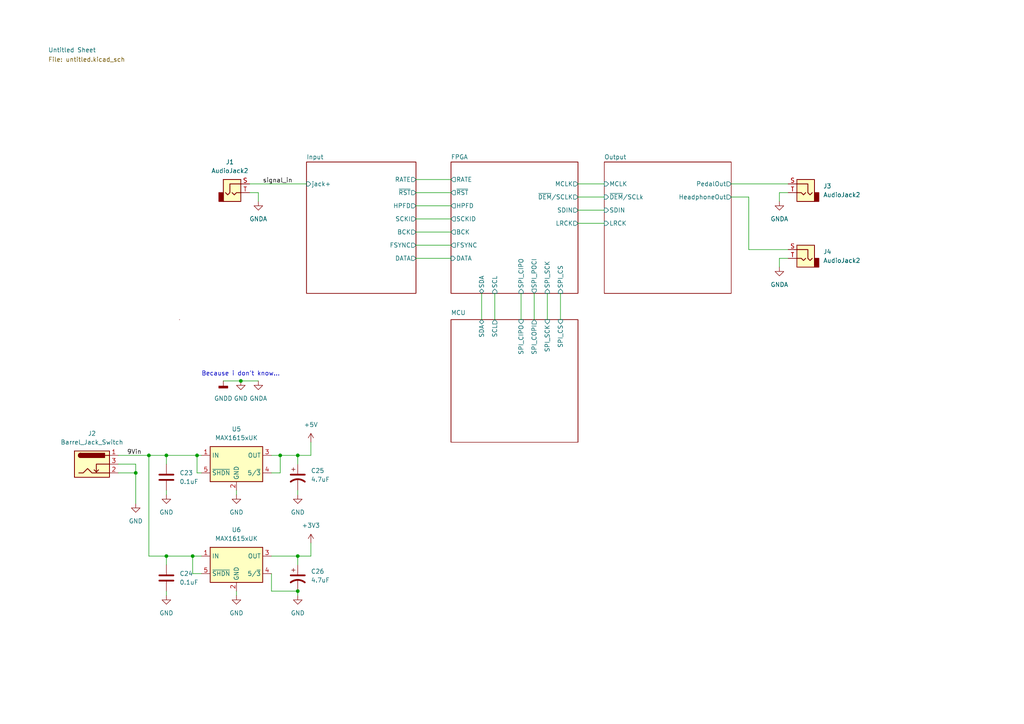
<source format=kicad_sch>
(kicad_sch (version 20211123) (generator eeschema)
  (paper "A4")
  (lib_symbols
    (symbol "Capacitors:C" (pin_numbers hide) (pin_names (offset 0.254))
      (property "Reference" "C" (at 0.635 2.54 0))
      (property "Value" "C" (at 0.635 -2.54 0))
      (symbol "C_0_1"
        (polyline (pts (xy -2.032 -0.762) (xy 2.032 -0.762)) (stroke (width 0.508)))
        (polyline (pts (xy -2.032 0.762) (xy 2.032 0.762)) (stroke (width 0.508)))
      )
      (symbol "C_1_1"
        (pin passive line (at 0 3.81 270) (length 2.794) (name "~") (number "1"))
        (pin passive line (at 0 -3.81 90) (length 2.794) (name "~") (number "2"))
      )
    )
    (symbol "Capacitors:C_Polarized_US" (pin_numbers hide) (pin_names (offset 0.254) hide)
      (property "Reference" "C" (at 0.635 2.54 0))
      (property "Value" "C_Polarized_US" (at 0.635 -2.54 0))
      (symbol "C_Polarized_US_0_1"
        (polyline (pts (xy -2.032 0.762) (xy 2.032 0.762)) (stroke (width 0.508)))
        (polyline (pts (xy -1.778 2.286) (xy -0.762 2.286)))
        (polyline (pts (xy -1.27 1.778) (xy -1.27 2.794)))
        (arc (start 2.032 -1.27) (mid 0 -0.5572) (end -2.032 -1.27) (stroke (width 0.508)))
      )
      (symbol "C_Polarized_US_1_1"
        (pin passive line (at 0 3.81 270) (length 2.794) (name "~") (number "1"))
        (pin passive line (at 0 -3.81 90) (length 3.302) (name "~") (number "2"))
      )
    )
    (symbol "Connectors:AudioJack2"
      (property "Reference" "J" (at 0 8.89 0))
      (property "Value" "AudioJack2" (at 0 6.35 0))
      (symbol "AudioJack2_0_1"
        (rectangle (start -3.81 0) (end -2.54 -2.54) (stroke (width 0.254)) (fill (type outline)))
        (rectangle (start -2.54 3.81) (end 2.54 -2.54) (stroke (width 0.254)) (fill (type background)))
        (polyline (pts (xy 0 0) (xy 0.635 -0.635) (xy 1.27 0) (xy 2.54 0)) (stroke (width 0.254)))
        (polyline (pts (xy 2.54 2.54) (xy -0.635 2.54) (xy -0.635 0) (xy -1.27 -0.635) (xy -1.905 0)) (stroke (width 0.254)))
      )
      (symbol "AudioJack2_1_1"
        (pin passive line (at 5.08 2.54 180) (length 2.54) (name "~") (number "S"))
        (pin passive line (at 5.08 0 180) (length 2.54) (name "~") (number "T"))
      )
    )
    (symbol "Connectors:Barrel_Jack_Switch" (pin_names hide)
      (property "Reference" "J" (at 0 5.334 0))
      (property "Value" "Barrel_Jack_Switch" (at 0 -5.08 0))
      (symbol "Barrel_Jack_Switch_0_1"
        (rectangle (start -5.08 3.81) (end 5.08 -3.81) (stroke (width 0.254)) (fill (type background)))
        (arc (start -3.302 3.175) (mid -3.937 2.54) (end -3.302 1.905) (stroke (width 0.254)))
        (arc (start -3.302 3.175) (mid -3.937 2.54) (end -3.302 1.905) (stroke (width 0.254)) (fill (type outline)))
        (polyline (pts (xy 1.27 -2.286) (xy 1.905 -1.651)) (stroke (width 0.254)))
        (polyline (pts (xy 5.08 2.54) (xy 3.81 2.54)) (stroke (width 0.254)))
        (polyline (pts (xy 5.08 0) (xy 1.27 0) (xy 1.27 -2.286) (xy 0.635 -1.651)) (stroke (width 0.254)))
        (polyline (pts (xy -3.81 -2.54) (xy -2.54 -2.54) (xy -1.27 -1.27) (xy 0 -2.54) (xy 2.54 -2.54) (xy 5.08 -2.54)) (stroke (width 0.254)))
        (rectangle (start 3.683 3.175) (end -3.302 1.905) (stroke (width 0.254)) (fill (type outline)))
      )
      (symbol "Barrel_Jack_Switch_1_1"
        (pin passive line (at 7.62 2.54 180) (length 2.54) (name "~") (number "1"))
        (pin passive line (at 7.62 -2.54 180) (length 2.54) (name "~") (number "2"))
        (pin passive line (at 7.62 0 180) (length 2.54) (name "~") (number "3"))
      )
    )
    (symbol "DC-DC:MAX1615xUK"
      (property "Reference" "U" (at -6.35 6.35 0))
      (property "Value" "MAX1615xUK" (at 2.54 6.35 0))
      (symbol "MAX1615xUK_1_1"
        (rectangle (start -7.62 5.08) (end 7.62 -5.08) (stroke (width 0.254)) (fill (type background)))
        (pin power_in line (at -10.16 2.54 0) (length 2.54) (name "IN") (number "1"))
        (pin power_in line (at 0 -7.62 90) (length 2.54) (name "GND") (number "2"))
        (pin power_out line (at 10.16 2.54 180) (length 2.54) (name "OUT") (number "3"))
        (pin input line (at 10.16 -2.54 180) (length 2.54) (name "5/~{3}") (number "4"))
        (pin input line (at -10.16 -2.54 0) (length 2.54) (name "~{SHDN}") (number "5"))
      )
    )
    (symbol "Sources:+3.3V" (power) (pin_names (offset 0))
      (property "Value" "+3.3V" (at 0 3.556 0))
      (symbol "+3.3V_0_1"
        (polyline (pts (xy -0.762 1.27) (xy 0 2.54)))
        (polyline (pts (xy 0 0) (xy 0 2.54)))
        (polyline (pts (xy 0 2.54) (xy 0.762 1.27)))
      )
      (symbol "+3.3V_1_1"
        (pin power_in line (at 0 0 90) (length 0) hide (name "+3V3") (number "1"))
      )
    )
    (symbol "Sources:+5V" (power) (pin_names (offset 0))
      (property "Value" "+5V" (at 0 3.556 0))
      (symbol "+5V_0_1"
        (polyline (pts (xy -0.762 1.27) (xy 0 2.54)))
        (polyline (pts (xy 0 0) (xy 0 2.54)))
        (polyline (pts (xy 0 2.54) (xy 0.762 1.27)))
      )
      (symbol "+5V_1_1"
        (pin power_in line (at 0 0 90) (length 0) hide (name "+5V") (number "1"))
      )
    )
    (symbol "Sources:GND" (power) (pin_names (offset 0))
      (property "Value" "GND" (at 0 -3.81 0))
      (symbol "GND_0_1"
        (polyline (pts (xy 0 0) (xy 0 -1.27) (xy 1.27 -1.27) (xy 0 -2.54) (xy -1.27 -1.27) (xy 0 -1.27)))
      )
      (symbol "GND_1_1"
        (pin power_in line (at 0 0 270) (length 0) hide (name "GND") (number "1"))
      )
    )
    (symbol "Sources:GNDA" (power) (pin_names (offset 0))
      (property "Value" "GNDA" (at 0 -3.81 0))
      (symbol "GNDA_0_1"
        (polyline (pts (xy 0 0) (xy 0 -1.27) (xy 1.27 -1.27) (xy 0 -2.54) (xy -1.27 -1.27) (xy 0 -1.27)))
      )
      (symbol "GNDA_1_1"
        (pin power_in line (at 0 0 270) (length 0) hide (name "GNDA") (number "1"))
      )
    )
    (symbol "Sources:GNDD" (power) (pin_names (offset 0))
      (property "Value" "GNDD" (at 0 -3.175 0))
      (symbol "GNDD_0_1"
        (rectangle (start -1.27 -1.524) (end 1.27 -2.032) (stroke (width 0.254)) (fill (type outline)))
        (polyline (pts (xy 0 0) (xy 0 -1.524)))
      )
      (symbol "GNDD_1_1"
        (pin power_in line (at 0 0 270) (length 0) hide (name "GNDD") (number "1"))
      )
    )
    (symbol "power:GNDA" (power) (pin_names (offset 0))
      (property "Value" "GNDA" (at 0 -3.81 0))
      (symbol "GNDA_0_1"
        (polyline (pts (xy 0 0) (xy 0 -1.27) (xy 1.27 -1.27) (xy 0 -2.54) (xy -1.27 -1.27) (xy 0 -1.27)))
      )
      (symbol "GNDA_1_1"
        (pin power_in line (at 0 0 270) (length 0) hide (name "GNDA") (number "1"))
      )
    )
  )
  (junction (at 86.36 132.08))
  (junction (at 48.26 132.08))
  (junction (at 48.26 161.29))
  (junction (at 69.85 110.49))
  (junction (at 86.36 171.45))
  (junction (at 43.18 132.08))
  (junction (at 81.28 132.08))
  (junction (at 57.15 132.08))
  (junction (at 55.88 161.29))
  (junction (at 86.36 161.29))
  (junction (at 39.37 137.16))
  (wire (pts (xy 58.42 137.16) (xy 57.15 137.16)))
  (wire (pts (xy 43.18 132.08) (xy 48.26 132.08)))
  (wire (pts (xy 86.36 132.08) (xy 90.17 132.08)))
  (wire (pts (xy 90.17 157.48) (xy 90.17 161.29)))
  (wire (pts (xy 226.06 74.93) (xy 226.06 77.47)))
  (wire (pts (xy 74.93 55.88) (xy 74.93 58.42)))
  (wire (pts (xy 55.88 161.29) (xy 48.26 161.29)))
  (wire (pts (xy 34.29 137.16) (xy 39.37 137.16)))
  (wire (pts (xy 86.36 171.45) (xy 86.36 172.72)))
  (wire (pts (xy 162.56 85.09) (xy 162.56 92.71)))
  (wire (pts (xy 212.09 53.34) (xy 228.6 53.34)))
  (wire (pts (xy 78.74 137.16) (xy 81.28 137.16)))
  (wire (pts (xy 217.17 72.39) (xy 228.6 72.39)))
  (wire (pts (xy 139.7 85.09) (xy 139.7 92.71)))
  (wire (pts (xy 120.65 63.5) (xy 130.81 63.5)))
  (wire (pts (xy 86.36 161.29) (xy 90.17 161.29)))
  (wire (pts (xy 86.36 161.29) (xy 78.74 161.29)))
  (wire (pts (xy 120.65 67.31) (xy 130.81 67.31)))
  (wire (pts (xy 48.26 132.08) (xy 57.15 132.08)))
  (wire (pts (xy 43.18 161.29) (xy 43.18 132.08)))
  (wire (pts (xy 120.65 71.12) (xy 130.81 71.12)))
  (wire (pts (xy 212.09 57.15) (xy 217.17 57.15)))
  (wire (pts (xy 39.37 137.16) (xy 39.37 134.62)))
  (wire (pts (xy 120.65 59.69) (xy 130.81 59.69)))
  (wire (pts (xy 57.15 137.16) (xy 57.15 132.08)))
  (wire (pts (xy 143.51 85.09) (xy 143.51 92.71)))
  (wire (pts (xy 58.42 161.29) (xy 55.88 161.29)))
  (wire (pts (xy 34.29 132.08) (xy 43.18 132.08)))
  (wire (pts (xy 86.36 142.24) (xy 86.36 143.51)))
  (wire (pts (xy 167.64 64.77) (xy 175.26 64.77)))
  (wire (pts (xy 78.74 132.08) (xy 81.28 132.08)))
  (wire (pts (xy 120.65 52.07) (xy 130.81 52.07)))
  (wire (pts (xy 48.26 171.45) (xy 48.26 172.72)))
  (wire (pts (xy 81.28 137.16) (xy 81.28 132.08)))
  (wire (pts (xy 72.39 55.88) (xy 74.93 55.88)))
  (wire (pts (xy 68.58 171.45) (xy 68.58 172.72)))
  (wire (pts (xy 167.64 57.15) (xy 175.26 57.15)))
  (wire (pts (xy 48.26 161.29) (xy 48.26 163.83)))
  (wire (pts (xy 78.74 171.45) (xy 86.36 171.45)))
  (wire (pts (xy 39.37 137.16) (xy 39.37 146.05)))
  (wire (pts (xy 228.6 55.88) (xy 226.06 55.88)))
  (wire (pts (xy 226.06 55.88) (xy 226.06 58.42)))
  (wire (pts (xy 158.75 85.09) (xy 158.75 92.71)))
  (wire (pts (xy 151.13 85.09) (xy 151.13 92.71)))
  (wire (pts (xy 55.88 166.37) (xy 55.88 161.29)))
  (wire (pts (xy 69.85 110.49) (xy 74.93 110.49)))
  (wire (pts (xy 48.26 142.24) (xy 48.26 143.51)))
  (wire (pts (xy 226.06 74.93) (xy 228.6 74.93)))
  (wire (pts (xy 167.64 53.34) (xy 175.26 53.34)))
  (wire (pts (xy 57.15 132.08) (xy 58.42 132.08)))
  (wire (pts (xy 58.42 166.37) (xy 55.88 166.37)))
  (wire (pts (xy 217.17 57.15) (xy 217.17 72.39)))
  (wire (pts (xy 64.77 110.49) (xy 69.85 110.49)))
  (wire (pts (xy 68.58 143.51) (xy 68.58 142.24)))
  (wire (pts (xy 86.36 163.83) (xy 86.36 161.29)))
  (wire (pts (xy 120.65 74.93) (xy 130.81 74.93)))
  (wire (pts (xy 48.26 132.08) (xy 48.26 134.62)))
  (wire (pts (xy 81.28 132.08) (xy 86.36 132.08)))
  (wire (pts (xy 39.37 134.62) (xy 34.29 134.62)))
  (wire (pts (xy 154.94 85.09) (xy 154.94 92.71)))
  (wire (pts (xy 78.74 166.37) (xy 78.74 171.45)))
  (wire (pts (xy 72.39 53.34) (xy 88.9 53.34)))
  (wire (pts (xy 48.26 161.29) (xy 43.18 161.29)))
  (wire (pts (xy 120.65 55.88) (xy 130.81 55.88)))
  (wire (pts (xy 167.64 60.96) (xy 175.26 60.96)))
  (wire (pts (xy 90.17 132.08) (xy 90.17 128.27)))
  (wire (pts (xy 86.36 132.08) (xy 86.36 134.62)))
  (text "Because i don't know..." (at 58.42 109.22 0) (effects (font (size 1.27 1.27)) (justify left bottom)))
  (label "signal_in" (at 76.2 53.34 0))
  (label "9Vin" (at 36.83 132.08 0))
  (symbol (lib_id "Capacitors:C") (at 48.26 138.43 0) (unit 1)
    (property "Reference" "C23" (at 52.07 137.1599 0) (effects (justify left)))
    (property "Value" "0.1uF" (at 52.07 139.6999 0) (effects (justify left)))
    (property "Footprint" "Capacitor_SMD:C_0805_2012Metric" (effects hide))
  )
  (symbol (lib_id "Sources:GNDA") (at 74.93 110.49 0) (unit 1)
    (property "Reference" "#PWR0127" (effects hide))
    (property "Value" "GNDA" (at 74.93 115.57 0))
  )
  (symbol (lib_id "Sources:GND") (at 39.37 146.05 0) (unit 1)
    (property "Reference" "#PWR0126" (effects hide))
    (property "Value" "GND" (at 39.37 151.13 0))
  )
  (symbol (lib_id "Sources:+5V") (at 90.17 128.27 0) (unit 1)
    (property "Reference" "#PWR0133" (effects hide))
    (property "Value" "+5V" (at 90.17 123.19 0))
  )
  (symbol (lib_id "Sources:GND") (at 86.36 172.72 0) (unit 1)
    (property "Reference" "#PWR0124" (effects hide))
    (property "Value" "GND" (at 86.36 177.8 0))
  )
  (symbol (lib_id "Sources:GND") (at 48.26 172.72 0) (unit 1)
    (property "Reference" "#PWR0108" (effects hide))
    (property "Value" "GND" (at 48.26 177.8 0))
  )
  (symbol (lib_id "Sources:GNDD") (at 64.77 110.49 0) (unit 1)
    (property "Reference" "#PWR0129" (effects hide))
    (property "Value" "GNDD" (at 64.77 115.57 0))
  )
  (symbol (lib_id "Connectors:AudioJack2") (at 233.68 55.88 0) (mirror y) (unit 1)
    (property "Reference" "J3" (at 238.76 53.9749 0) (effects (justify right)))
    (property "Value" "AudioJack2" (at 238.76 56.5149 0) (effects (justify right)))
    (property "Footprint" "Homemade:Audio Jack Row" (effects hide))
  )
  (symbol (lib_id "Sources:GND") (at 69.85 110.49 0) (unit 1)
    (property "Reference" "#PWR0128" (effects hide))
    (property "Value" "GND" (at 69.85 115.57 0))
  )
  (symbol (lib_id "power:GNDA") (at 74.93 58.42 0) (unit 1)
    (property "Reference" "#PWR0130" (effects hide))
    (property "Value" "GNDA" (at 74.93 63.5 0))
  )
  (symbol (lib_id "DC-DC:MAX1615xUK") (at 68.58 134.62 0) (unit 1)
    (property "Reference" "U5" (at 68.58 124.46 0))
    (property "Value" "MAX1615xUK" (at 68.58 127 0))
    (property "Footprint" "Package_TO_SOT_SMD:SOT-23-5" (effects hide))
    (property "Datasheet" "https://datasheets.maximintegrated.com/en/ds/MAX1615-MAX1616.pdf" (effects hide))
  )
  (symbol (lib_id "DC-DC:MAX1615xUK") (at 68.58 163.83 0) (unit 1)
    (property "Reference" "U6" (at 68.58 153.67 0))
    (property "Value" "MAX1615xUK" (at 68.58 156.21 0))
    (property "Footprint" "Package_TO_SOT_SMD:SOT-23-5" (effects hide))
    (property "Datasheet" "https://datasheets.maximintegrated.com/en/ds/MAX1615-MAX1616.pdf" (effects hide))
  )
  (symbol (lib_id "Sources:GND") (at 68.58 143.51 0) (unit 1)
    (property "Reference" "#PWR0123" (effects hide))
    (property "Value" "GND" (at 68.58 148.59 0))
  )
  (symbol (lib_id "power:GNDA") (at 226.06 77.47 0) (unit 1)
    (property "Reference" "#PWR0135" (effects hide))
    (property "Value" "GNDA" (at 226.06 82.55 0))
  )
  (symbol (lib_id "Connectors:Barrel_Jack_Switch") (at 26.67 134.62 0) (unit 1)
    (property "Reference" "J2" (at 26.67 125.73 0))
    (property "Value" "Barrel_Jack_Switch" (at 26.67 128.27 0))
    (property "Footprint" "Connector_BarrelJack:BarrelJack_GCT_DCJ200-10-A_Horizontal" (effects hide))
  )
  (symbol (lib_id "Capacitors:C") (at 48.26 167.64 0) (unit 1)
    (property "Reference" "C24" (at 52.07 166.3699 0) (effects (justify left)))
    (property "Value" "0.1uF" (at 52.07 168.9099 0) (effects (justify left)))
    (property "Footprint" "Capacitor_SMD:C_0805_2012Metric" (effects hide))
  )
  (symbol (lib_id "Sources:GND") (at 86.36 143.51 0) (unit 1)
    (property "Reference" "#PWR0131" (effects hide))
    (property "Value" "GND" (at 86.36 148.59 0))
  )
  (symbol (lib_id "Connectors:AudioJack2") (at 67.31 55.88 0) (unit 1)
    (property "Reference" "J1" (at 66.675 46.99 0))
    (property "Value" "AudioJack2" (at 66.675 49.53 0))
    (property "Footprint" "Homemade:Audio Jack Row" (effects hide))
  )
  (symbol (lib_id "Connectors:AudioJack2") (at 233.68 74.93 0) (mirror y) (unit 1)
    (property "Reference" "J4" (at 238.76 73.0249 0) (effects (justify right)))
    (property "Value" "AudioJack2" (at 238.76 75.5649 0) (effects (justify right)))
    (property "Footprint" "Homemade:Audio Jack Row" (effects hide))
  )
  (symbol (lib_id "Sources:GND") (at 68.58 172.72 0) (unit 1)
    (property "Reference" "#PWR0122" (effects hide))
    (property "Value" "GND" (at 68.58 177.8 0))
  )
  (symbol (lib_id "Capacitors:C_Polarized_US") (at 86.36 167.64 0) (unit 1)
    (property "Reference" "C26" (at 90.17 165.7349 0) (effects (justify left)))
    (property "Value" "4.7uF" (at 90.17 168.2749 0) (effects (justify left)))
    (property "Footprint" "Capacitor_SMD:CP_Elec_4x3" (effects hide))
  )
  (symbol (lib_id "power:GNDA") (at 226.06 58.42 0) (unit 1)
    (property "Reference" "#PWR0134" (effects hide))
    (property "Value" "GNDA" (at 226.06 63.5 0))
  )
  (symbol (lib_id "Capacitors:C_Polarized_US") (at 86.36 138.43 0) (unit 1)
    (property "Reference" "C25" (at 90.17 136.5249 0) (effects (justify left)))
    (property "Value" "4.7uF" (at 90.17 139.0649 0) (effects (justify left)))
    (property "Footprint" "Capacitor_SMD:CP_Elec_4x3" (effects hide))
  )
  (symbol (lib_id "Sources:GND") (at 48.26 143.51 0) (unit 1)
    (property "Reference" "#PWR0125" (effects hide))
    (property "Value" "GND" (at 48.26 148.59 0))
  )
  (symbol (lib_id "Sources:+3.3V") (at 90.17 157.48 0) (unit 1)
    (property "Reference" "#PWR0132" (effects hide))
    (property "Value" "+3.3V" (at 90.17 152.4 0))
  )
  (sheet (at 88.9 46.99) (size 31.75 38.1) (stroke (width 0.1524))
    (property "Sheet name" "Input" (at 88.9 46.2784 0) (effects (justify left bottom)))
    (property "Sheet file" "Input.kicad_sch" (effects hide))
    (pin "RATE" output (at 120.65 52.07 0))
    (pin "jack+" input (at 88.9 53.34 180))
    (pin "~{RST}" output (at 120.65 55.88 0))
    (pin "HPFD" output (at 120.65 59.69 0))
    (pin "SCKI" output (at 120.65 63.5 0))
    (pin "BCK" output (at 120.65 67.31 0))
    (pin "FSYNC" output (at 120.65 71.12 0))
    (pin "DATA" output (at 120.65 74.93 0))
  )
  (sheet (at 175.26 46.99) (size 36.83 38.1) (stroke (width 0.1524))
    (property "Sheet name" "Output" (at 175.26 46.2784 0) (effects (justify left bottom)))
    (property "Sheet file" "Output.kicad_sch" (effects hide))
    (pin "MCLK" input (at 175.26 53.34 180))
    (pin "~{DEM}{slash}SCLk" input (at 175.26 57.15 180))
    (pin "SDIN" input (at 175.26 60.96 180))
    (pin "LRCK" input (at 175.26 64.77 180))
    (pin "PedalOut" output (at 212.09 53.34 0))
    (pin "HeadphoneOut" output (at 212.09 57.15 0))
  )
  (sheet (at 130.81 92.71) (size 36.83 35.56) (stroke (width 0.1524))
    (property "Sheet name" "MCU" (at 130.81 91.44 0) (effects (justify left bottom)))
    (property "Sheet file" "MCU.kicad_sch" (effects hide))
    (pin "SCL" output (at 143.51 92.71 90))
    (pin "SDA" bidirectional (at 139.7 92.71 90))
    (pin "SPI_SCK" input (at 158.75 92.71 90))
    (pin "SPI_CS" input (at 162.56 92.71 90))
    (pin "SPI_CIPO" input (at 151.13 92.71 90))
    (pin "SPI_COPI" output (at 154.94 92.71 90))
  )
  (sheet (at 52.07 92.71) (size 0 0) (stroke (width 0.1524))
    (property "Sheet name" "Untitled Sheet" (at 13.97 15.24 0) (effects (justify left bottom)))
    (property "Sheet file" "untitled.kicad_sch" (at 13.97 16.51 0) (effects (justify left top)))
  )
  (sheet (at 130.81 46.99) (size 36.83 38.1) (stroke (width 0.1524))
    (property "Sheet name" "FPGA" (at 130.81 46.2784 0) (effects (justify left bottom)))
    (property "Sheet file" "FPGA.kicad_sch" (effects hide))
    (pin "~{RST}" output (at 130.81 55.88 180))
    (pin "RATE" output (at 130.81 52.07 180))
    (pin "SDA" bidirectional (at 139.7 85.09 270))
    (pin "SCL" input (at 143.51 85.09 270))
    (pin "HPFD" output (at 130.81 59.69 180))
    (pin "FSYNC" output (at 130.81 71.12 180))
    (pin "SCKID" output (at 130.81 63.5 180))
    (pin "BCK" output (at 130.81 67.31 180))
    (pin "DATA" input (at 130.81 74.93 180))
    (pin "SDIN" output (at 167.64 60.96 0))
    (pin "~{DEM}{slash}SCLK" output (at 167.64 57.15 0))
    (pin "MCLK" output (at 167.64 53.34 0))
    (pin "LRCK" output (at 167.64 64.77 0))
    (pin "SPI_CS" input (at 162.56 85.09 270))
    (pin "SPI_SCK" input (at 158.75 85.09 270))
    (pin "SPI_CIPO" input (at 151.13 85.09 270))
    (pin "SPI_POCI" output (at 154.94 85.09 270))
  )
)
</source>
